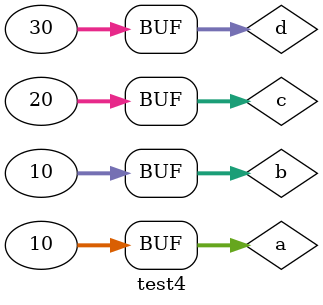
<source format=v>
module test4;
	integer a,b,c,d;
	initial begin 
		a = 10;
		b = 20;
		c = 30;
		
		b <= a;
		c <= b;
		d <= c;
		
		//b = a;
		//c = b;
		//d = c;
		//$display("The value of a: %0d, b = %0d, c = %0d , d = %0d",a,b,c,d);
		$strobe("The value of a: %0d, b = %0d, c = %0d , d = %0d",a,b,c,d);
		end
endmodule 

</source>
